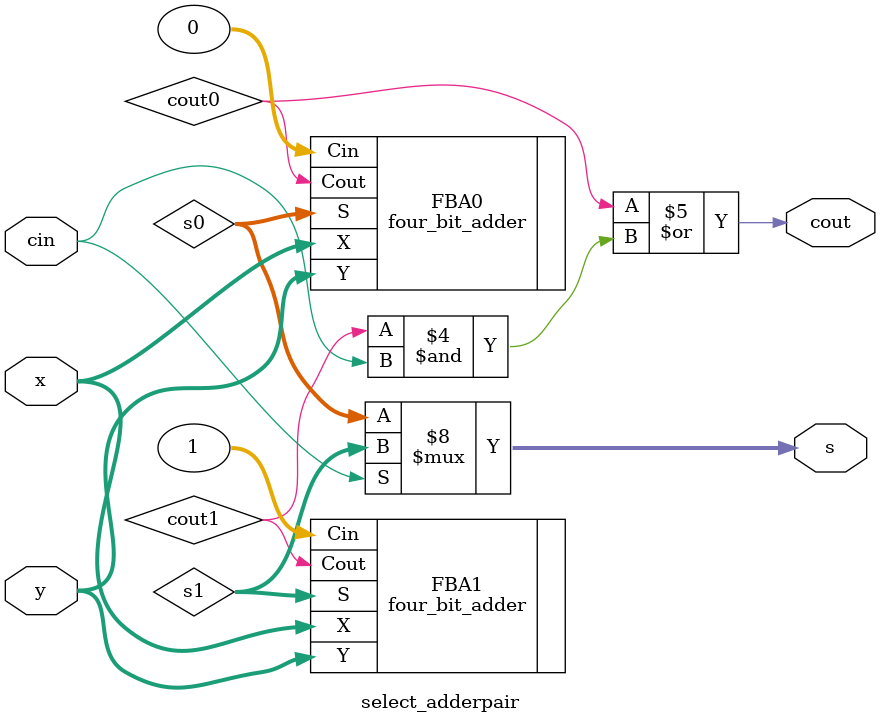
<source format=sv>
module carry_select_adder
(
    input   logic[15:0]     A,
    input   logic[15:0]     B,
    output  logic[15:0]     Sum,
    output  logic           CO
);

    /* TODO
     *
     * Insert code here to implement a carry select.
     * Your code should be completly combinational (don't use always_ff or always_latch).
     * Feel free to create sub-modules or other files. */
     
logic c4, c8, c12;  //carries between layers of four-bit adder units (for select), cout becomes cin for next block
four_bit_adder FBA0(.X(A[3:0]),.Y(B[3:0]),.Cin(0),.S(Sum[3:0]),.Cout(c4)); //0th group of 4 bits-> only requires one full adder
select_adderpair SA1 (.x(A[7:4]),.y(B[7:4]),.cin(c4),.s(Sum[7:4]),.cout(c8)); //1st group of 4 bits [bits 7:4]
select_adderpair SA2 (.x(A[11:8]),.y(B[11:8]),.cin(c8),.s(Sum[11:8]),.cout(c12)); // bits [11:8]
select_adderpair SA3 (.x(A[15:12]),.y(B[15:12]),.cin(c12),.s(Sum[15:12]),.cout(CO)); //bits [15:12]
    
endmodule



module select_adderpair //2 full adders, 1 with carryin 0, 1 with carryin 1
(
    input [3:0] x, //first input
    input [3:0]y, //second input bit
    input cin,
    output logic cout,
    output logic [3:0]s

);
    logic [3:0]s0; //sum of bits for 0 cin
    logic [3:0] s1; //sum of bits for 1 cin
    logic cout0; //cout for 0 cin
    logic cout1; //cout for 1 cin

    four_bit_adder FBA0(.X(x[3:0]),.Y(y[3:0]),.Cin(0),.S(s0[3:0]),.Cout(cout0)); //instantiation of 4 bit adder, cin=0
    four_bit_adder FBA1(.X(x[3:0]),.Y(y[3:0]),.Cin(1),.S(s1[3:0]),.Cout(cout1)); //instantiation of 4 bit adder, cin=1
    
    always_comb
    begin
    //logic for pair

    cout=cout0|(cout1&cin); //new cout
    if(cin==1)
        s[3:0]=s1[3:0]; 
    else
        s[3:0]=s0[3:0];
    end
    
   endmodule



</source>
